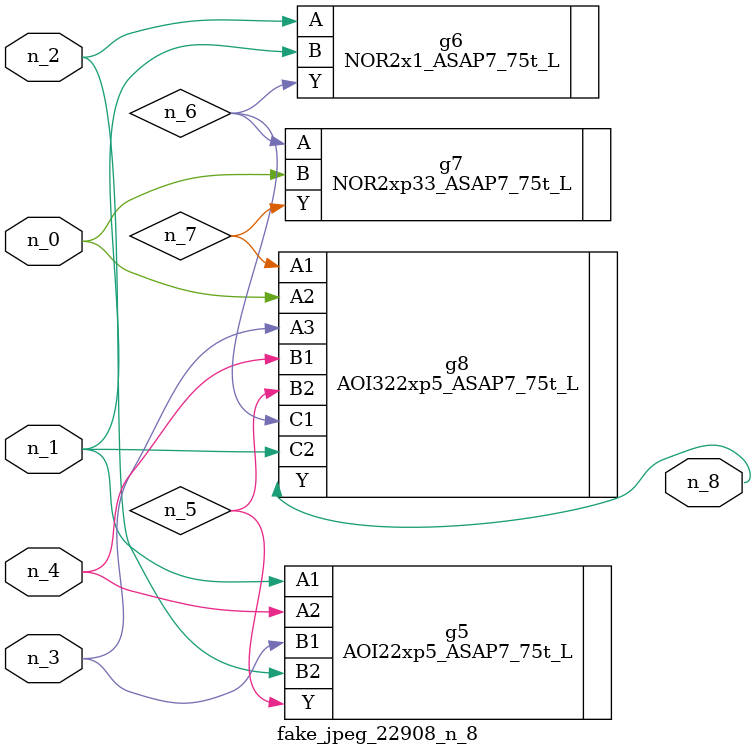
<source format=v>
module fake_jpeg_22908_n_8 (n_3, n_2, n_1, n_0, n_4, n_8);

input n_3;
input n_2;
input n_1;
input n_0;
input n_4;

output n_8;

wire n_6;
wire n_5;
wire n_7;

AOI22xp5_ASAP7_75t_L g5 ( 
.A1(n_1),
.A2(n_4),
.B1(n_3),
.B2(n_2),
.Y(n_5)
);

NOR2x1_ASAP7_75t_L g6 ( 
.A(n_2),
.B(n_1),
.Y(n_6)
);

NOR2xp33_ASAP7_75t_L g7 ( 
.A(n_6),
.B(n_0),
.Y(n_7)
);

AOI322xp5_ASAP7_75t_L g8 ( 
.A1(n_7),
.A2(n_0),
.A3(n_3),
.B1(n_4),
.B2(n_5),
.C1(n_6),
.C2(n_1),
.Y(n_8)
);


endmodule
</source>
